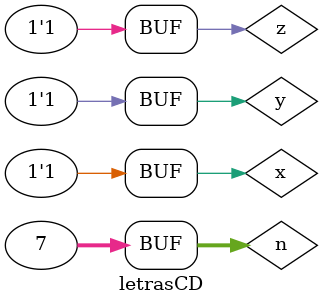
<source format=v>
/*
Pedro Correa Rigotto - Matricula 762281
guia0405cd
*/

module fxyz(output sopc, output posc, output sopd, output posd, input x, y, z);
	assign sopc = (~x&~y&~z)|(~x&y&~z)|(x&~y&~z)|(x&y&~z)|(x&y&z);
	assign posc = (x|y|~z)&(x|~y|~z)&(~x|y|~z);
	assign sopd = (~x&~y&~z)|(~x&~y&z)|(~x&y&~z)|(~x&y&z)|(x&y&~z)|(x&y&z);
	assign posd = (~x|y|z)&(~x|y|~z);
endmodule // fxyz

module letrasCD;
	reg x, y, z;
	integer n;
	wire sopc, posc, sopd, posd;
	fxyz exercicio(sopc, posc, sopd, posd, x, y, z);
	
	initial begin
		$display("n  x  y  z  SoP(0,2,4,6,7)  PoS(1,3,5)  SoP(0,1,2,3,6,7)  PoS(4,5)");
		$monitor("%1d  %b  %b  %b  %b               %b           %b                 %b", n, x, y, z, sopc, posc, sopd, posd);
		   x = 0; y = 0; z = 0; n = 0;
		#1 x = 0; y = 0; z = 1; n = n+1;
		#1 x = 0; y = 1; z = 0; n = n+1;
		#1 x = 0; y = 1; z = 1; n = n+1;
		#1 x = 1; y = 0; z = 0; n = n+1;
		#1 x = 1; y = 0; z = 1; n = n+1;
		#1 x = 1; y = 1; z = 0; n = n+1;
		#1 x = 1; y = 1; z = 1; n = n+1;
	end
endmodule // letrasCD
</source>
